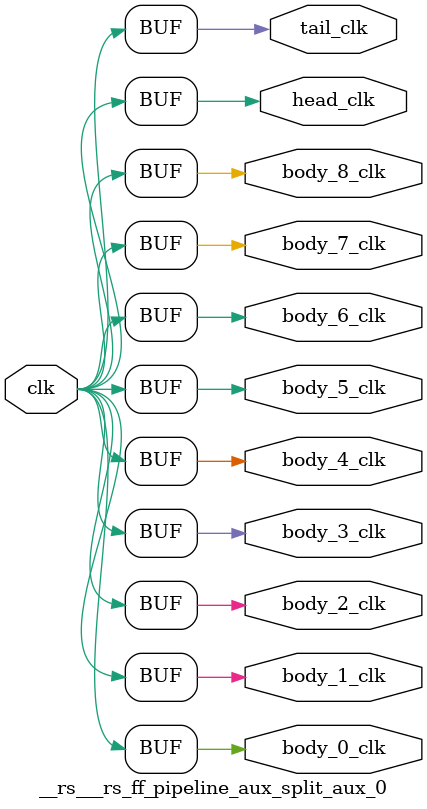
<source format=v>
`timescale 1 ns / 1 ps
module __rs___rs_ff_pipeline_aux_split_aux_0 #(
    parameter DATA_WIDTH      = 32,
    parameter HEAD_LEVEL      = 0,
    parameter BODY_LEVEL      = 2,
    parameter TAIL_LEVEL      = 0,
    parameter __HEAD_REGION   = "",
    parameter __BODY_0_REGION = "",
    parameter __BODY_1_REGION = "",
    parameter __BODY_2_REGION = "",
    parameter __BODY_3_REGION = "",
    parameter __BODY_4_REGION = "",
    parameter __BODY_5_REGION = "",
    parameter __BODY_6_REGION = "",
    parameter __BODY_7_REGION = "",
    parameter __BODY_8_REGION = "",
    parameter __TAIL_REGION   = ""
) (
    output wire body_0_clk,
    output wire body_1_clk,
    output wire body_2_clk,
    output wire body_3_clk,
    output wire body_4_clk,
    output wire body_5_clk,
    output wire body_6_clk,
    output wire body_7_clk,
    output wire body_8_clk,
    input wire  clk,
    output wire head_clk,
    output wire tail_clk
);
assign body_0_clk = clk;
assign body_1_clk = clk;
assign body_2_clk = clk;
assign body_3_clk = clk;
assign body_4_clk = clk;
assign body_5_clk = clk;
assign body_6_clk = clk;
assign body_7_clk = clk;
assign body_8_clk = clk;
assign head_clk = clk;
assign tail_clk = clk;
endmodule

</source>
